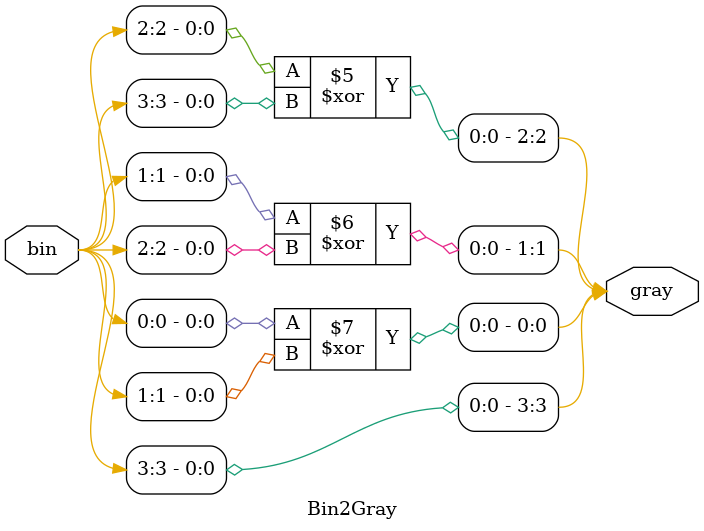
<source format=sv>
module Bin2Gray #(
    parameter int WIDTH = 4
) (
    input  wire [WIDTH-1:0] bin,
    output reg  [WIDTH-1:0] gray
);

  always_comb begin
    gray[WIDTH-1] = bin[WIDTH-1];
    for (int i = WIDTH - 2; i >= 0; i--) gray[i] = bin[i] ^ bin[i+1];
  end

endmodule

</source>
